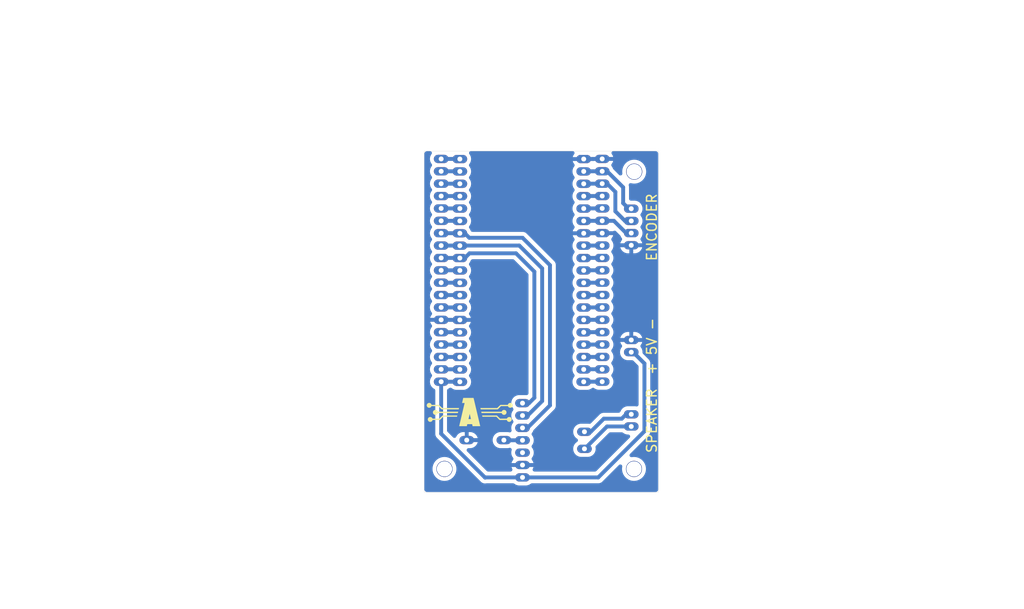
<source format=kicad_pcb>
(kicad_pcb (version 20240108) (generator "pcbnew") (generator_version "8.0")
  (layers (0 "F.Cu" signal) (31 "B.Cu" signal) (34 "B.Paste" user) (35 "F.Paste" user) (36 "B.SilkS" user "B.Silkscreen") (37 "F.SilkS" user "F.Silkscreen") (38 "B.Mask" user) (39 "F.Mask" user) (44 "Edge.Cuts" user))
  (net 0 "")
  (net 1 "ENCODER SW")
  (net 2 "D12")
  (net 3 "DISPLAY CLK")
  (net 4 "D14")
  (net 5 "SENSOR_VN")
  (net 6 "DISLAY CS")
  (net 7 "ENCODER B")
  (net 8 "SENSOR_VP")
  (net 9 "DISPLAY DATA")
  (net 10 "EN")
  (net 11 "D34")
  (net 12 "D13")
  (net 13 "ENCODER A")
  (net 14 "D35")
  (net 15 "+5V")
  (net 16 "DISLAY DC")
  (net 17 "Net-(J2-Pin_1)")
  (net 18 "GND")
  (net 19 "+3.3V")
  (net 20 "D27")
  (net 21 "D26")
  (net 22 "CMD")
  (net 23 "D2")
  (net 24 "DIN")
  (net 25 "LRCK")
  (net 26 "BCK")
  (net 27 "SD0")
  (net 28 "CLK")
  (net 29 "SD1")
  (net 30 "TX")
  (net 31 "RX")
  (net 32 "D15")
  (net 33 "D16")
  (net 34 "D17")
  (net 35 "D0")
  (net 36 "SD2")
  (net 37 "SD3")
  (net 38 "Net-(J2-Pin_2)")
  (net 40 "Net-(U2-GAIN)")
  (footprint "fab:MAX98357A" (layer "F.Cu") (at 157.226 120.359 -90)
    (property "Reference" "U2")
    (property "Value" "~")
    (pad "1" thru_hole oval (at -7.62 5.08 270) (size 1.7 3) (drill 1) (layers "*.Cu" "*.Mask") (net 26 "BCK"))
    (pad "2" thru_hole oval (at -5.08 5.08 270) (size 1.7 3) (drill 1) (layers "*.Cu" "*.Mask") (net 25 "LRCK"))
    (pad "3" thru_hole oval (at -2.54 5.08 270) (size 1.7 3) (drill 1) (layers "*.Cu" "*.Mask") (net 24 "DIN"))
    (pad "4" thru_hole oval (at 0 5.08 270) (size 1.7 3) (drill 1) (layers "*.Cu" "*.Mask") (net 40 "Net-(U2-GAIN)"))
    (pad "5" thru_hole oval (at 2.54 5.08 270) (size 1.7 3) (drill 1) (layers "*.Cu" "*.Mask"))
    (pad "6" thru_hole oval (at 5.08 5.08 270) (size 1.7 3) (drill 1) (layers "*.Cu" "*.Mask") (net 18 "GND"))
    (pad "7" thru_hole oval (at 7.62 5.08 270) (size 1.7 3) (drill 1) (layers "*.Cu" "*.Mask") (net 15 "+5V"))
    (pad "8" thru_hole oval (at -1.75 -7.62 270) (size 1.7 3) (drill 1) (layers "*.Cu" "*.Mask") (net 17 "Net-(J2-Pin_1)"))
    (pad "9" thru_hole oval (at 1.75 -7.62 270) (size 1.7 3) (drill 1) (layers "*.Cu" "*.Mask") (net 38 "Net-(J2-Pin_2)"))
  )
  (footprint "fab:JST_XH_B4B-XH-A_1x04_P2.50mm_Vertical" (layer "F.Cu") (at 174.4472 72.8364 -90)
    (property "Reference" "J5" (hide yes))
    (property "Value" "Encoder connector" (hide yes))
    (pad "1" thru_hole oval (at 0 0 270) (size 1.7 3) (drill 1) (layers "*.Cu" "*.Mask") (net 7 "ENCODER B"))
    (pad "2" thru_hole oval (at 2.5 0 270) (size 1.7 3) (drill 1) (layers "*.Cu" "*.Mask") (net 13 "ENCODER A"))
    (pad "3" thru_hole oval (at 5 0 270) (size 1.7 3) (drill 1) (layers "*.Cu" "*.Mask") (net 1 "ENCODER SW"))
    (pad "4" thru_hole oval (at 7.5 0 270) (size 1.7 3) (drill 1) (layers "*.Cu" "*.Mask") (net 18 "GND"))
  )
  (footprint "fab:MountingHole_M3" (layer "F.Cu") (at 175.05 65.225)
    (property "Reference" "REF**" (hide yes))
    (property "Value" "MountingHole_M3" (hide yes))
    (pad "" thru_hole circle (at 0 0) (size 3.3 3.3) (drill 3.1) (layers "*.Cu" "*.Mask"))
  )
  (footprint "fab:MountingHole_M3" (layer "F.Cu") (at 136.144 126.238)
    (property "Reference" "REF**" (hide yes))
    (property "Value" "MountingHole_M3" (hide yes))
    (pad "" thru_hole circle (at 0 0) (size 3.3 3.3) (drill 3.1) (layers "*.Cu" "*.Mask"))
  )
  (footprint "fab:R_Axial_DIN0207_L6.3mm_D2.5mm_P7.62mm_Horizontal" (layer "F.Cu") (at 140.707 120.325)
    (property "Reference" "R1" (hide yes))
    (property "Value" "100k" (hide yes))
    (pad "1" thru_hole oval (at 0 0) (size 3 1.7) (drill 1) (layers "*.Cu" "*.Mask") (net 18 "GND"))
    (pad "2" thru_hole oval (at 7.62 0) (size 3 1.7) (drill 1) (layers "*.Cu" "*.Mask") (net 40 "Net-(U2-GAIN)"))
  )
  (footprint "fab:MountingHole_M3" (layer "F.Cu") (at 175.006 126.238)
    (property "Reference" "REF**" (hide yes))
    (property "Value" "MountingHole_M3" (hide yes))
    (pad "" thru_hole circle (at 0 0) (size 3.3 3.3) (drill 3.1) (layers "*.Cu" "*.Mask"))
  )
  (footprint "fab:ESP32-DevKitC" (layer "F.Cu") (at 139.29728 62.63912)
    (property "Reference" "U1")
    (property "Value" "ESP32-DevKitC")
    (pad "1" thru_hole oval (at 0 0) (size 3 1.7) (drill 1) (layers "*.Cu" "*.Mask") (net 19 "+3.3V"))
    (pad "2" thru_hole oval (at 0 2.54) (size 3 1.7) (drill 1) (layers "*.Cu" "*.Mask") (net 10 "EN"))
    (pad "3" thru_hole oval (at 0 5.08) (size 3 1.7) (drill 1) (layers "*.Cu" "*.Mask") (net 8 "SENSOR_VP"))
    (pad "4" thru_hole oval (at 0 7.62) (size 3 1.7) (drill 1) (layers "*.Cu" "*.Mask") (net 5 "SENSOR_VN"))
    (pad "5" thru_hole oval (at 0 10.16) (size 3 1.7) (drill 1) (layers "*.Cu" "*.Mask") (net 11 "D34"))
    (pad "6" thru_hole oval (at 0 12.7) (size 3 1.7) (drill 1) (layers "*.Cu" "*.Mask") (net 14 "D35"))
    (pad "7" thru_hole oval (at 0 15.24) (size 3 1.7) (drill 1) (layers "*.Cu" "*.Mask") (net 24 "DIN"))
    (pad "8" thru_hole oval (at 0 17.78) (size 3 1.7) (drill 1) (layers "*.Cu" "*.Mask") (net 25 "LRCK"))
    (pad "9" thru_hole oval (at 0 20.32) (size 3 1.7) (drill 1) (layers "*.Cu" "*.Mask") (net 26 "BCK"))
    (pad "10" thru_hole oval (at 0 22.86) (size 3 1.7) (drill 1) (layers "*.Cu" "*.Mask") (net 21 "D26"))
    (pad "11" thru_hole oval (at 0 25.4) (size 3 1.7) (drill 1) (layers "*.Cu" "*.Mask") (net 20 "D27"))
    (pad "12" thru_hole oval (at 0 27.94) (size 3 1.7) (drill 1) (layers "*.Cu" "*.Mask") (net 4 "D14"))
    (pad "13" thru_hole oval (at 0 30.48) (size 3 1.7) (drill 1) (layers "*.Cu" "*.Mask") (net 2 "D12"))
    (pad "14" thru_hole oval (at 0 33.02) (size 3 1.7) (drill 1) (layers "*.Cu" "*.Mask") (net 18 "GND"))
    (pad "15" thru_hole oval (at 0 35.56) (size 3 1.7) (drill 1) (layers "*.Cu" "*.Mask") (net 12 "D13"))
    (pad "16" thru_hole oval (at 0 38.1) (size 3 1.7) (drill 1) (layers "*.Cu" "*.Mask") (net 36 "SD2"))
    (pad "17" thru_hole oval (at 0 40.64) (size 3 1.7) (drill 1) (layers "*.Cu" "*.Mask") (net 37 "SD3"))
    (pad "18" thru_hole oval (at 0 43.18) (size 3 1.7) (drill 1) (layers "*.Cu" "*.Mask") (net 22 "CMD"))
    (pad "19" thru_hole oval (at 0 45.72) (size 3 1.7) (drill 1) (layers "*.Cu" "*.Mask") (net 15 "+5V"))
    (pad "20" thru_hole oval (at 25.39632 45.71728) (size 3 1.7) (drill 1) (layers "*.Cu" "*.Mask") (net 28 "CLK"))
    (pad "21" thru_hole oval (at 25.39632 43.17728) (size 3 1.7) (drill 1) (layers "*.Cu" "*.Mask") (net 27 "SD0"))
    (pad "22" thru_hole oval (at 25.4 40.64) (size 3 1.7) (drill 1) (layers "*.Cu" "*.Mask") (net 29 "SD1"))
    (pad "23" thru_hole oval (at 25.4 38.1) (size 3 1.7) (drill 1) (layers "*.Cu" "*.Mask") (net 32 "D15"))
    (pad "24" thru_hole oval (at 25.4 35.56) (size 3 1.7) (drill 1) (layers "*.Cu" "*.Mask") (net 23 "D2"))
    (pad "25" thru_hole oval (at 25.4 33.02) (size 3 1.7) (drill 1) (layers "*.Cu" "*.Mask") (net 35 "D0"))
    (pad "26" thru_hole oval (at 25.4 30.48) (size 3 1.7) (drill 1) (layers "*.Cu" "*.Mask") (net 6 "DISLAY CS"))
    (pad "27" thru_hole oval (at 25.4 27.94) (size 3 1.7) (drill 1) (layers "*.Cu" "*.Mask") (net 33 "D16"))
    (pad "28" thru_hole oval (at 25.4 25.4) (size 3 1.7) (drill 1) (layers "*.Cu" "*.Mask") (net 34 "D17"))
    (pad "29" thru_hole oval (at 25.4 22.86) (size 3 1.7) (drill 1) (layers "*.Cu" "*.Mask") (net 16 "DISLAY DC"))
    (pad "30" thru_hole oval (at 25.4 20.32) (size 3 1.7) (drill 1) (layers "*.Cu" "*.Mask") (net 3 "DISPLAY CLK"))
    (pad "31" thru_hole oval (at 25.4 17.78) (size 3 1.7) (drill 1) (layers "*.Cu" "*.Mask") (net 9 "DISPLAY DATA"))
    (pad "32" thru_hole oval (at 25.4 15.24) (size 3 1.7) (drill 1) (layers "*.Cu" "*.Mask") (net 18 "GND"))
    (pad "33" thru_hole oval (at 25.4 12.7) (size 3 1.7) (drill 1) (layers "*.Cu" "*.Mask") (net 1 "ENCODER SW"))
    (pad "34" thru_hole oval (at 25.4 10.16) (size 3 1.7) (drill 1) (layers "*.Cu" "*.Mask") (net 31 "RX"))
    (pad "35" thru_hole oval (at 25.4 7.62) (size 3 1.7) (drill 1) (layers "*.Cu" "*.Mask") (net 30 "TX"))
    (pad "36" thru_hole oval (at 25.4 5.08) (size 3 1.7) (drill 1) (layers "*.Cu" "*.Mask") (net 13 "ENCODER A"))
    (pad "37" thru_hole oval (at 25.4 2.54) (size 3 1.7) (drill 1) (layers "*.Cu" "*.Mask") (net 7 "ENCODER B"))
    (pad "38" thru_hole oval (at 25.4 0) (size 3 1.7) (drill 1) (layers "*.Cu" "*.Mask") (net 18 "GND"))
  )
  (footprint "fab:JST_XH_B2B-XH-A_1x02_P2.50mm_Vertical" (layer "F.Cu") (at 174.4472 115.025 -90)
    (property "Reference" "J2" (hide yes))
    (property "Value" "Speaker connector" (hide yes))
    (pad "1" thru_hole oval (at 0 0 270) (size 1.7 3) (drill 1) (layers "*.Cu" "*.Mask") (net 17 "Net-(J2-Pin_1)"))
    (pad "2" thru_hole oval (at 2.5 0 270) (size 1.7 3) (drill 1) (layers "*.Cu" "*.Mask") (net 38 "Net-(J2-Pin_2)"))
  )
  (footprint "fab:PinHeader_1x19_P2.54mm_Vertical" (layer "F.Cu") (at 168.485 62.61188)
    (property "Reference" "J7" (hide yes))
    (property "Value" "Right Connector" (hide yes))
    (pad "1" thru_hole oval (at 0 0) (size 3 1.7) (drill 1) (layers "*.Cu" "*.Mask") (net 18 "GND"))
    (pad "2" thru_hole oval (at 0 2.54) (size 3 1.7) (drill 1) (layers "*.Cu" "*.Mask") (net 7 "ENCODER B"))
    (pad "3" thru_hole oval (at 0 5.08) (size 3 1.7) (drill 1) (layers "*.Cu" "*.Mask") (net 13 "ENCODER A"))
    (pad "4" thru_hole oval (at 0 7.62) (size 3 1.7) (drill 1) (layers "*.Cu" "*.Mask") (net 30 "TX"))
    (pad "5" thru_hole oval (at 0 10.16) (size 3 1.7) (drill 1) (layers "*.Cu" "*.Mask") (net 31 "RX"))
    (pad "6" thru_hole oval (at 0 12.7) (size 3 1.7) (drill 1) (layers "*.Cu" "*.Mask") (net 1 "ENCODER SW"))
    (pad "7" thru_hole oval (at 0 15.24) (size 3 1.7) (drill 1) (layers "*.Cu" "*.Mask") (net 18 "GND"))
    (pad "8" thru_hole oval (at 0 17.78) (size 3 1.7) (drill 1) (layers "*.Cu" "*.Mask") (net 9 "DISPLAY DATA"))
    (pad "9" thru_hole oval (at 0 20.32) (size 3 1.7) (drill 1) (layers "*.Cu" "*.Mask") (net 3 "DISPLAY CLK"))
    (pad "10" thru_hole oval (at 0 22.86) (size 3 1.7) (drill 1) (layers "*.Cu" "*.Mask") (net 16 "DISLAY DC"))
    (pad "11" thru_hole oval (at 0 25.4) (size 3 1.7) (drill 1) (layers "*.Cu" "*.Mask") (net 34 "D17"))
    (pad "12" thru_hole oval (at 0 27.94) (size 3 1.7) (drill 1) (layers "*.Cu" "*.Mask") (net 33 "D16"))
    (pad "13" thru_hole oval (at 0 30.48) (size 3 1.7) (drill 1) (layers "*.Cu" "*.Mask") (net 6 "DISLAY CS"))
    (pad "14" thru_hole oval (at 0 33.02) (size 3 1.7) (drill 1) (layers "*.Cu" "*.Mask") (net 35 "D0"))
    (pad "15" thru_hole oval (at 0 35.56) (size 3 1.7) (drill 1) (layers "*.Cu" "*.Mask") (net 23 "D2"))
    (pad "16" thru_hole oval (at 0 38.1) (size 3 1.7) (drill 1) (layers "*.Cu" "*.Mask") (net 32 "D15"))
    (pad "17" thru_hole oval (at 0 40.64) (size 3 1.7) (drill 1) (layers "*.Cu" "*.Mask") (net 29 "SD1"))
    (pad "18" thru_hole oval (at 0 43.18) (size 3 1.7) (drill 1) (layers "*.Cu" "*.Mask") (net 27 "SD0"))
    (pad "19" thru_hole oval (at 0 45.72) (size 3 1.7) (drill 1) (layers "*.Cu" "*.Mask") (net 28 "CLK"))
  )
  (footprint "fab:JST_XH_B2B-XH-A_1x02_P2.50mm_Vertical" (layer "F.Cu") (at 174.4472 99.775 -90)
    (property "Reference" "J1" (hide yes))
    (property "Value" "Power supply connector" (hide yes))
    (pad "1" thru_hole oval (at 0 0 270) (size 1.7 3) (drill 1) (layers "*.Cu" "*.Mask") (net 18 "GND"))
    (pad "2" thru_hole oval (at 2.5 0 270) (size 1.7 3) (drill 1) (layers "*.Cu" "*.Mask") (net 15 "+5V"))
  )
  (footprint "fab:PinHeader_1x19_P2.54mm_Vertical" (layer "F.Cu") (at 135.465 62.61688)
    (property "Reference" "J6" (hide yes))
    (property "Value" "Left connector" (hide yes))
    (pad "1" thru_hole oval (at 0 0) (size 3 1.7) (drill 1) (layers "*.Cu" "*.Mask") (net 19 "+3.3V"))
    (pad "2" thru_hole oval (at 0 2.54) (size 3 1.7) (drill 1) (layers "*.Cu" "*.Mask") (net 10 "EN"))
    (pad "3" thru_hole oval (at 0 5.08) (size 3 1.7) (drill 1) (layers "*.Cu" "*.Mask") (net 8 "SENSOR_VP"))
    (pad "4" thru_hole oval (at 0 7.62) (size 3 1.7) (drill 1) (layers "*.Cu" "*.Mask") (net 5 "SENSOR_VN"))
    (pad "5" thru_hole oval (at 0 10.16) (size 3 1.7) (drill 1) (layers "*.Cu" "*.Mask") (net 11 "D34"))
    (pad "6" thru_hole oval (at 0 12.7) (size 3 1.7) (drill 1) (layers "*.Cu" "*.Mask") (net 14 "D35"))
    (pad "7" thru_hole oval (at 0 15.24) (size 3 1.7) (drill 1) (layers "*.Cu" "*.Mask") (net 24 "DIN"))
    (pad "8" thru_hole oval (at 0 17.78) (size 3 1.7) (drill 1) (layers "*.Cu" "*.Mask") (net 25 "LRCK"))
    (pad "9" thru_hole oval (at 0 20.32) (size 3 1.7) (drill 1) (layers "*.Cu" "*.Mask") (net 26 "BCK"))
    (pad "10" thru_hole oval (at 0 22.86) (size 3 1.7) (drill 1) (layers "*.Cu" "*.Mask") (net 21 "D26"))
    (pad "11" thru_hole oval (at 0 25.4) (size 3 1.7) (drill 1) (layers "*.Cu" "*.Mask") (net 20 "D27"))
    (pad "12" thru_hole oval (at 0 27.94) (size 3 1.7) (drill 1) (layers "*.Cu" "*.Mask") (net 4 "D14"))
    (pad "13" thru_hole oval (at 0 30.48) (size 3 1.7) (drill 1) (layers "*.Cu" "*.Mask") (net 2 "D12"))
    (pad "14" thru_hole oval (at 0 33.02) (size 3 1.7) (drill 1) (layers "*.Cu" "*.Mask") (net 18 "GND"))
    (pad "15" thru_hole oval (at 0 35.56) (size 3 1.7) (drill 1) (layers "*.Cu" "*.Mask") (net 12 "D13"))
    (pad "16" thru_hole oval (at 0 38.1) (size 3 1.7) (drill 1) (layers "*.Cu" "*.Mask") (net 36 "SD2"))
    (pad "17" thru_hole oval (at 0 40.64) (size 3 1.7) (drill 1) (layers "*.Cu" "*.Mask") (net 37 "SD3"))
    (pad "18" thru_hole oval (at 0 43.18) (size 3 1.7) (drill 1) (layers "*.Cu" "*.Mask") (net 22 "CMD"))
    (pad "19" thru_hole oval (at 0 45.72) (size 3 1.7) (drill 1) (layers "*.Cu" "*.Mask") (net 15 "+5V"))
  )
  (gr_circle (center 136.145919 126.238) (end 135.637919 124.9934) (stroke (width 0.1)) (fill none) (layer "F.SilkS"))
  (gr_poly (pts (xy 143.481422 117.4668) (xy 141.910851 117.4668) (xy 141.822507 117.06294) (xy 141.808484 117.048916) (xy 140.821268 117.048916) (xy 140.797779 117.156891) (xy 140.725912 117.4668) (xy 139.155354 117.4668) (xy 139.5 116) (xy 141.069471 116) (xy 141.57009 116) (xy 141.316275 114.951087) (xy 141.069471 116) (xy 139.5 116) (xy 140.272979 112.710227) (xy 139.751329 112.710227) (xy 139.991117 111.661312) (xy 142.109977 111.661312)) (stroke (width -0.000001)) (fill solid) (layer "F.SilkS"))
  (gr_poly (pts (xy 147.539647 115.91166) (xy 148.943343 115.91166) (xy 148.958958 115.87653) (xy 148.976838 115.842744) (xy 148.996912 115.810428) (xy 149.019109 115.779711) (xy 149.043361 115.75072) (xy 149.069597 115.723581) (xy 149.097748 115.698423) (xy 149.127743 115.675372) (xy 149.159514 115.654556) (xy 149.192989 115.636102) (xy 149.228099 115.620138) (xy 149.264775 115.606792) (xy 149.302946 115.596189) (xy 149.342543 115.588458) (xy 149.383495 115.583726) (xy 149.425734 115.58212) (xy 149.425725 115.582116) (xy 149.451694 115.582776) (xy 149.477257 115.584733) (xy 149.502389 115.587952) (xy 149.527061 115.592401) (xy 149.551248 115.598043) (xy 149.574922 115.604846) (xy 149.598057 115.612776) (xy 149.620624 115.621797) (xy 149.642598 115.631876) (xy 149.663952 115.642979) (xy 149.684657 115.655071) (xy 149.704689 115.668119) (xy 149.724018 115.682088) (xy 149.74262 115.696945) (xy 149.760466 115.712654) (xy 149.777529 115.729182) (xy 149.793783 115.746495) (xy 149.809201 115.764558) (xy 149.823755 115.783338) (xy 149.83742 115.8028) (xy 149.850167 115.82291) (xy 149.86197 115.843634) (xy 149.872802 115.864938) (xy 149.882635 115.886787) (xy 149.891444 115.909148) (xy 149.899201 115.931986) (xy 149.905879 115.955268) (xy 149.91145 115.978958) (xy 149.915889 116.003024) (xy 149.919169 116.02743) (xy 149.921261 116.052142) (xy 149.922139 116.077127) (xy 149.921512 116.103008) (xy 149.919646 116.128568) (xy 149.916573 116.153775) (xy 149.912318 116.178596) (xy 149.906911 116.202997) (xy 149.90038 116.226947) (xy 149.892753 116.250412) (xy 149.884059 116.273359) (xy 149.874325 116.295756) (xy 149.86358 116.317569) (xy 149.851852 116.338767) (xy 149.839169 116.359315) (xy 149.82556 116.379181) (xy 149.811053 116.398332) (xy 149.795676 116.416736) (xy 149.779457 116.434359) (xy 149.762425 116.451168) (xy 149.744608 116.467132) (xy 149.726033 116.482216) (xy 149.70673 116.496388) (xy 149.686727 116.509615) (xy 149.666051 116.521864) (xy 149.644731 116.533103) (xy 149.622796 116.543298) (xy 149.600273 116.552417) (xy 149.577191 116.560427) (xy 149.553578 116.567295) (xy 149.529462 116.572987) (xy 149.504871 116.577472) (xy 149.479835 116.580716) (xy 149.45438 116.582687) (xy 149.428536 116.583351) (xy 149.404768 116.582869) (xy 149.381334 116.581437) (xy 149.358252 116.579074) (xy 149.335543 116.575797) (xy 149.313227 116.571628) (xy 149.291326 116.566583) (xy 149.269858 116.560683) (xy 149.248844 116.553947) (xy 149.228305 116.546393) (xy 149.20826 116.538041) (xy 149.188731 116.528909) (xy 149.169737 116.519016) (xy 149.151299 116.508382) (xy 149.133437 116.497026) (xy 149.11617 116.484965) (xy 149.099521 116.472221) (xy 149.083508 116.458811) (xy 149.068152 116.444754) (xy 149.053474 116.430069) (xy 149.039493 116.414777) (xy 149.02623 116.398894) (xy 149.013706 116.382441) (xy 149.00194 116.365437) (xy 148.990952 116.3479) (xy 148.980764 116.329849) (xy 148.971395 116.311304) (xy 148.962866 116.292283) (xy 148.955197 116.272806) (xy 148.948408 116.252891) (xy 148.942519 116.232558) (xy 148.937552 116.211825) (xy 148.933525 116.190711) (xy 147.427465 116.190711) (xy 146.782409 115.531636) (xy 143.927347 115.531636) (xy 143.864243 115.266604) (xy 146.894595 115.266604)) (stroke (width -0.000001)) (fill solid) (layer "F.SilkS"))
  (gr_poly (pts (xy 134.296724 114.12698) (xy 134.317904 114.128293) (xy 134.338889 114.130461) (xy 134.359656 114.133468) (xy 134.380182 114.1373) (xy 134.400443 114.141939) (xy 134.420416 114.14737) (xy 134.440077 114.153577) (xy 134.459404 114.160544) (xy 134.478372 114.168255) (xy 134.496959 114.176695) (xy 134.515141 114.185846) (xy 134.532895 114.195694) (xy 134.550196 114.206223) (xy 134.567023 114.217416) (xy 134.583352 114.229257) (xy 134.599159 114.241731) (xy 134.61442 114.254822) (xy 134.629113 114.268514) (xy 134.643215 114.282791) (xy 134.656701 114.297637) (xy 134.669548 114.313036) (xy 134.681734 114.328972) (xy 134.693234 114.345429) (xy 134.704025 114.362391) (xy 134.714085 114.379843) (xy 134.723389 114.397769) (xy 134.731914 114.416152) (xy 134.739637 114.434976) (xy 134.746534 114.454226) (xy 134.752583 114.473887) (xy 134.75776 114.493941) (xy 138.956224 114.493941) (xy 138.890314 114.771593) (xy 134.75776 114.771593) (xy 134.752583 114.791651) (xy 134.746534 114.811322) (xy 134.739636 114.830592) (xy 134.731913 114.849442) (xy 134.723387 114.867856) (xy 134.714083 114.885819) (xy 134.704024 114.903313) (xy 134.693232 114.920323) (xy 134.669546 114.952822) (xy 134.643213 114.983185) (xy 134.614419 115.01128) (xy 134.58335 115.036976) (xy 134.550195 115.060141) (xy 134.51514 115.080645) (xy 134.478371 115.098354) (xy 134.440077 115.113138) (xy 134.400442 115.124866) (xy 134.359656 115.133406) (xy 134.338889 115.136439) (xy 134.317904 115.138626) (xy 134.296724 115.139951) (xy 134.275373 115.140396) (xy 134.249619 115.139732) (xy 134.224178 115.137761) (xy 134.199083 115.134517) (xy 134.174366 115.130032) (xy 134.150061 115.124339) (xy 134.126202 115.117471) (xy 134.10282 115.109462) (xy 134.079949 115.100342) (xy 134.057623 115.090147) (xy 134.035875 115.078908) (xy 134.014737 115.066659) (xy 133.994243 115.053431) (xy 133.974425 115.039259) (xy 133.955318 115.024175) (xy 133.936953 115.008211) (xy 133.919365 114.991401) (xy 133.902587 114.973778) (xy 133.88665 114.955374) (xy 133.87159 114.936223) (xy 133.857437 114.916357) (xy 133.844227 114.895808) (xy 133.831992 114.874611) (xy 133.820765 114.852798) (xy 133.810579 114.830401) (xy 133.801467 114.807453) (xy 133.793463 114.783988) (xy 133.786599 114.760038) (xy 133.780909 114.735636) (xy 133.776426 114.710816) (xy 133.773182 114.685609) (xy 133.771212 114.660049) (xy 133.770548 114.634168) (xy 133.771212 114.608036) (xy 133.773182 114.582249) (xy 133.776426 114.556837) (xy 133.780909 114.531833) (xy 133.786599 114.507269) (xy 133.793463 114.483176) (xy 133.801467 114.459587) (xy 133.810579 114.436532) (xy 133.820765 114.414045) (xy 133.831992 114.392156) (xy 133.844227 114.370898) (xy 133.857437 114.350303) (xy 133.87159 114.330401) (xy 133.88665 114.311226) (xy 133.902587 114.292809) (xy 133.919365 114.275181) (xy 133.936953 114.258376) (xy 133.955318 114.242424) (xy 133.974425 114.227357) (xy 133.994243 114.213207) (xy 134.014737 114.200006) (xy 134.035875 114.187786) (xy 134.057623 114.176579) (xy 134.079949 114.166417) (xy 134.10282 114.15733) (xy 134.126202 114.149352) (xy 134.150061 114.142514) (xy 134.174366 114.136848) (xy 134.199083 114.132386) (xy 134.224178 114.129159) (xy 134.249619 114.127199) (xy 134.275373 114.126539)) (stroke (width -0.000001)) (fill solid) (layer "F.SilkS"))
  (gr_poly (pts (xy 138.712226 115.531636) (xy 138.712226 115.530233) (xy 135.859962 115.530233) (xy 135.21491 116.189312) (xy 133.708851 116.189312) (xy 133.704701 116.210549) (xy 133.699625 116.231389) (xy 133.693643 116.251815) (xy 133.686775 116.271808) (xy 133.67904 116.291351) (xy 133.670458 116.310424) (xy 133.661048 116.32901) (xy 133.65083 116.347091) (xy 133.639823 116.364647) (xy 133.628047 116.381662) (xy 133.615521 116.398116) (xy 133.602264 116.413992) (xy 133.588297 116.429271) (xy 133.573639 116.443936) (xy 133.558309 116.457967) (xy 133.542327 116.471346) (xy 133.525713 116.484056) (xy 133.508485 116.496078) (xy 133.490663 116.507394) (xy 133.472268 116.517986) (xy 133.453317 116.527835) (xy 133.433832 116.536923) (xy 133.413831 116.545233) (xy 133.393334 116.552745) (xy 133.37236 116.559441) (xy 133.35093 116.565304) (xy 133.329061 116.570315) (xy 133.306775 116.574456) (xy 133.28409 116.577708) (xy 133.261027 116.580053) (xy 133.237603 116.581474) (xy 133.21384 116.581952) (xy 133.187996 116.581288) (xy 133.162541 116.579317) (xy 133.137504 116.576073) (xy 133.112914 116.571588) (xy 133.088798 116.565895) (xy 133.065185 116.559028) (xy 133.042103 116.551018) (xy 133.01958 116.541899) (xy 132.997645 116.531704) (xy 132.976325 116.520465) (xy 132.955649 116.508216) (xy 132.935646 116.494988) (xy 132.916343 116.480816) (xy 132.897768 116.465732) (xy 132.879951 116.449769) (xy 132.862919 116.432959) (xy 132.8467 116.415336) (xy 132.831323 116.396932) (xy 132.816816 116.377781) (xy 132.803207 116.357915) (xy 132.790524 116.337366) (xy 132.778796 116.316169) (xy 132.768051 116.294355) (xy 132.758317 116.271958) (xy 132.749623 116.249011) (xy 132.741996 116.225546) (xy 132.735465 116.201596) (xy 132.730058 116.177194) (xy 132.725803 116.152373) (xy 132.722729 116.127166) (xy 132.720864 116.101605) (xy 132.720236 116.075724) (xy 132.720864 116.050867) (xy 132.722729 116.026273) (xy 132.725803 116.001979) (xy 132.730058 115.978018) (xy 132.735464 115.954425) (xy 132.741995 115.931234) (xy 132.749622 115.90848) (xy 132.758317 115.886196) (xy 132.76805 115.864418) (xy 132.778795 115.843179) (xy 132.790523 115.822515) (xy 132.803206 115.802459) (xy 132.816814 115.783046) (xy 132.831321 115.76431) (xy 132.846698 115.746287) (xy 132.862917 115.729009) (xy 132.879949 115.712512) (xy 132.897767 115.69683) (xy 132.916341 115.681997) (xy 132.935644 115.668048) (xy 132.955647 115.655017) (xy 132.976323 115.642939) (xy 132.997643 115.631848) (xy 133.019578 115.621778) (xy 133.042101 115.612765) (xy 133.065184 115.604841) (xy 133.088797 115.598042) (xy 133.112913 115.592402) (xy 133.137503 115.587955) (xy 133.16254 115.584737) (xy 133.187995 115.58278) (xy 133.21384 115.58212) (xy 133.235116 115.582524) (xy 133.256078 115.583726) (xy 133.27672 115.585709) (xy 133.297031 115.588458) (xy 133.317003 115.591956) (xy 133.336627 115.596189) (xy 133.355895 115.601139) (xy 133.374798 115.606792) (xy 133.393327 115.61313) (xy 133.411473 115.620138) (xy 133.429229 115.627801) (xy 133.446584 115.636102) (xy 133.46353 115.645026) (xy 133.480059 115.654556) (xy 133.496161 115.664677) (xy 133.511829 115.675372) (xy 133.527053 115.686626) (xy 133.541824 115.698423) (xy 133.556134 115.710746) (xy 133.569975 115.723581) (xy 133.583336 115.736911) (xy 133.596211 115.75072) (xy 133.608589 115.764992) (xy 133.620463 115.779711) (xy 133.631823 115.794862) (xy 133.642661 115.810428) (xy 133.652967 115.826394) (xy 133.662735 115.842744) (xy 133.680615 115.87653) (xy 133.696231 115.91166) (xy 135.099923 115.91166) (xy 135.744979 115.266604) (xy 138.77533 115.266604)) (stroke (width -0.000001)) (fill solid) (layer "F.SilkS"))
  (gr_poly (pts (xy 149.654818 112.684242) (xy 149.680259 112.6862) (xy 149.705355 112.689425) (xy 149.730073 112.693882) (xy 149.75438 112.699541) (xy 149.778243 112.706367) (xy 149.80163 112.714329) (xy 149.824508 112.723394) (xy 149.846843 112.733528) (xy 149.868603 112.744701) (xy 149.889755 112.756878) (xy 149.910266 112.770028) (xy 149.930104 112.784117) (xy 149.949234 112.799114) (xy 149.967626 112.814985) (xy 149.985245 112.831699) (xy 150.002058 112.849221) (xy 150.018034 112.86752) (xy 150.033139 112.886564) (xy 150.04734 112.906319) (xy 150.060604 112.926752) (xy 150.072899 112.947832) (xy 150.084191 112.969526) (xy 150.094449 112.991801) (xy 150.103638 113.014624) (xy 150.111726 113.037963) (xy 150.11868 113.061786) (xy 150.124467 113.086059) (xy 150.129055 113.11075) (xy 150.132411 113.135826) (xy 150.134501 113.161256) (xy 150.135293 113.187005) (xy 150.134629 113.2131) (xy 150.132658 113.238782) (xy 150.129414 113.264023) (xy 150.124929 113.288797) (xy 150.119236 113.313075) (xy 150.112369 113.336831) (xy 150.104359 113.360038) (xy 150.09524 113.382668) (xy 150.085045 113.404694) (xy 150.073806 113.426089) (xy 150.061556 113.446825) (xy 150.048329 113.466876) (xy 150.034157 113.486214) (xy 150.019073 113.504812) (xy 150.00311 113.522643) (xy 149.9863 113.53968) (xy 149.968677 113.555895) (xy 149.950273 113.571261) (xy 149.931122 113.585751) (xy 149.911256 113.599337) (xy 149.890707 113.611994) (xy 149.86951 113.623692) (xy 149.847696 113.634405) (xy 149.825299 113.644107) (xy 149.802352 113.652768) (xy 149.778887 113.660364) (xy 149.754937 113.666865) (xy 149.730535 113.672245) (xy 149.705714 113.676478) (xy 149.680506 113.679534) (xy 149.654946 113.681388) (xy 149.629065 113.682012) (xy 149.609024 113.681644) (xy 149.589141 113.680546) (xy 149.569436 113.678726) (xy 149.549926 113.676195) (xy 149.530632 113.672961) (xy 149.51157 113.669034) (xy 149.492761 113.664423) (xy 149.474222 113.659138) (xy 149.455973 113.653186) (xy 149.438033 113.646579) (xy 149.420419 113.639324) (xy 149.403152 113.631432) (xy 149.386249 113.622911) (xy 149.369729 113.61377) (xy 149.353611 113.60402) (xy 149.337915 113.593669) (xy 149.322657 113.582726) (xy 149.307859 113.571201) (xy 149.293537 113.559103) (xy 149.279711 113.54644) (xy 149.2664 113.533224) (xy 149.253622 113.519462) (xy 149.241396 113.505163) (xy 149.229741 113.490338) (xy 149.218675 113.474995) (xy 149.208218 113.459144) (xy 149.198387 113.442794) (xy 149.189203 113.425953) (xy 149.180683 113.408632) (xy 149.172846 113.39084) (xy 149.165712 113.372585) (xy 149.159298 113.353878) (xy 147.730358 113.353878) (xy 147.083903 114.011552) (xy 143.569762 114.011552) (xy 143.505254 113.733899) (xy 146.9563 113.733899) (xy 147.615379 113.087442) (xy 149.134058 113.087442) (xy 149.139358 113.066297) (xy 149.145517 113.04547) (xy 149.152515 113.024985) (xy 149.160331 113.004866) (xy 149.178337 112.965814) (xy 149.199373 112.928501) (xy 149.223276 112.89311) (xy 149.249885 112.859827) (xy 149.279037 112.828836) (xy 149.310569 112.800322) (xy 149.34432 112.774471) (xy 149.380128 112.751467) (xy 149.398752 112.74109) (xy 149.417829 112.731494) (xy 149.437339 112.722703) (xy 149.457262 112.714739) (xy 149.477577 112.707625) (xy 149.498264 112.701385) (xy 149.519303 112.696041) (xy 149.540674 112.691617) (xy 149.562355 112.688137) (xy 149.584328 112.685621) (xy 149.606571 112.684096) (xy 149.629065 112.683582)) (stroke (width -0.000001)) (fill solid) (layer "F.SilkS"))
  (gr_poly (pts (xy 133.033002 112.685497) (xy 133.055257 112.687023) (xy 133.077248 112.689538) (xy 133.098954 112.693019) (xy 133.120353 112.697443) (xy 133.141426 112.702786) (xy 133.162151 112.709026) (xy 133.182506 112.71614) (xy 133.202471 112.724104) (xy 133.222024 112.732896) (xy 133.241145 112.742492) (xy 133.259813 112.752869) (xy 133.278006 112.764003) (xy 133.295704 112.775873) (xy 133.312885 112.788454) (xy 133.329528 112.801724) (xy 133.345613 112.81566) (xy 133.361118 112.830238) (xy 133.376022 112.845436) (xy 133.390304 112.861229) (xy 133.403943 112.877596) (xy 133.416918 112.894513) (xy 133.429208 112.911956) (xy 133.440792 112.929904) (xy 133.451649 112.948332) (xy 133.461757 112.967217) (xy 133.471096 112.986537) (xy 133.479645 113.006269) (xy 133.487383 113.026388) (xy 133.494287 113.046873) (xy 133.500339 113.0677) (xy 133.505516 113.088845) (xy 135.024195 113.088845) (xy 135.683274 113.7353) (xy 139.134311 113.7353) (xy 139.069808 114.012955) (xy 135.555667 114.012955) (xy 134.909212 113.355279) (xy 133.480276 113.355279) (xy 133.473862 113.373986) (xy 133.466727 113.392241) (xy 133.458891 113.410035) (xy 133.450371 113.427357) (xy 133.431356 113.460555) (xy 133.409833 113.491762) (xy 133.385952 113.520906) (xy 133.359862 113.547917) (xy 133.331715 113.572721) (xy 133.301659 113.595247) (xy 133.269844 113.615423) (xy 133.236421 113.633178) (xy 133.20154 113.648438) (xy 133.16535 113.661133) (xy 133.128002 113.671191) (xy 133.089645 113.678539) (xy 133.050429 113.683105) (xy 133.010505 113.684818) (xy 132.984624 113.68419) (xy 132.959065 113.682325) (xy 132.933858 113.67925) (xy 132.909037 113.674994) (xy 132.884636 113.669585) (xy 132.860686 113.66305) (xy 132.837222 113.655417) (xy 132.814274 113.646716) (xy 132.791878 113.636973) (xy 132.770064 113.626216) (xy 132.748867 113.614474) (xy 132.728319 113.601774) (xy 132.708453 113.588145) (xy 132.689301 113.573614) (xy 132.670898 113.55821) (xy 132.653275 113.541961) (xy 132.636465 113.524893) (xy 132.620502 113.507036) (xy 132.605417 113.488418) (xy 132.591245 113.469066) (xy 132.578018 113.449009) (xy 132.565768 113.428273) (xy 132.55453 113.406889) (xy 132.544334 113.384882) (xy 132.535215 113.362282) (xy 132.527205 113.339116) (xy 132.520338 113.315413) (xy 132.514645 113.291199) (xy 132.51016 113.266505) (xy 132.506916 113.241356) (xy 132.504945 113.215782) (xy 132.504281 113.18981) (xy 132.504945 113.163933) (xy 132.506916 113.138384) (xy 132.51016 113.113196) (xy 132.514645 113.088401) (xy 132.520337 113.06403) (xy 132.527205 113.040118) (xy 132.535215 113.016695) (xy 132.544334 112.993795) (xy 132.554529 112.971449) (xy 132.565768 112.94969) (xy 132.578017 112.928551) (xy 132.591244 112.908063) (xy 132.605416 112.888259) (xy 132.6205 112.869172) (xy 132.636464 112.850833) (xy 132.653273 112.833276) (xy 132.670896 112.816532) (xy 132.6893 112.800633) (xy 132.708451 112.785613) (xy 132.728317 112.771503) (xy 132.748865 112.758337) (xy 132.770062 112.746145) (xy 132.791876 112.734961) (xy 132.814273 112.724817) (xy 132.83722 112.715745) (xy 132.860685 112.707778) (xy 132.884635 112.700947) (xy 132.909036 112.695286) (xy 132.933857 112.690827) (xy 132.959064 112.687602) (xy 132.984624 112.685643) (xy 133.010505 112.684983)) (stroke (width -0.000001)) (fill solid) (layer "F.SilkS"))
  (gr_circle (center 175.0568 65.2272) (end 174.5488 63.9826) (stroke (width 0.1)) (fill none) (layer "F.SilkS"))
  (gr_circle (center 175.007919 126.238) (end 174.499919 124.9934) (stroke (width 0.1)) (fill none) (layer "F.SilkS"))
  (gr_poly (pts (xy 148.388678 114.127205) (xy 148.414238 114.129176) (xy 148.439445 114.132421) (xy 148.464265 114.136908) (xy 148.488667 114.142603) (xy 148.512616 114.149474) (xy 148.536081 114.15749) (xy 148.559028 114.166616) (xy 148.581425 114.176821) (xy 148.603238 114.188071) (xy 148.624436 114.200335) (xy 148.644984 114.213579) (xy 148.66485 114.227771) (xy 148.684001 114.242879) (xy 148.702405 114.258869) (xy 148.720028 114.27571) (xy 148.736838 114.293368) (xy 148.752801 114.311811) (xy 148.767885 114.331007) (xy 148.782057 114.350922) (xy 148.795285 114.371524) (xy 148.807534 114.392781) (xy 148.818773 114.414659) (xy 148.828968 114.437127) (xy 148.838088 114.460152) (xy 148.846097 114.483701) (xy 148.852965 114.507741) (xy 148.858658 114.53224) (xy 148.863143 114.557165) (xy 148.866387 114.582484) (xy 148.868357 114.608164) (xy 148.869022 114.634172) (xy 148.868357 114.660053) (xy 148.866387 114.685613) (xy 148.863143 114.71082) (xy 148.858658 114.73564) (xy 148.852965 114.760042) (xy 148.846098 114.783992) (xy 148.838088 114.807457) (xy 148.828969 114.830404) (xy 148.818774 114.852801) (xy 148.807535 114.874614) (xy 148.795286 114.895811) (xy 148.782058 114.916359) (xy 148.767886 114.936226) (xy 148.752802 114.955377) (xy 148.736839 114.97378) (xy 148.720029 114.991403) (xy 148.702406 115.008213) (xy 148.684003 115.024176) (xy 148.664852 115.03926) (xy 148.644985 115.053432) (xy 148.624437 115.06666) (xy 148.60324 115.078909) (xy 148.581427 115.090148) (xy 148.55903 115.100343) (xy 148.536083 115.109462) (xy 148.512618 115.117472) (xy 148.488668 115.124339) (xy 148.464266 115.130032) (xy 148.439446 115.134517) (xy 148.414239 115.137761) (xy 148.388679 115.139732) (xy 148.362798 115.140396) (xy 148.341451 115.139947) (xy 148.320282 115.138611) (xy 148.299315 115.136406) (xy 148.278572 115.133349) (xy 148.258075 115.129456) (xy 148.237848 115.124746) (xy 148.217912 115.119236) (xy 148.19829 115.112942) (xy 148.179005 115.105881) (xy 148.16008 115.098072) (xy 148.141537 115.089531) (xy 148.123398 115.080276) (xy 148.105687 115.070323) (xy 148.088426 115.059689) (xy 148.071637 115.048393) (xy 148.055343 115.036451) (xy 148.039567 115.023881) (xy 148.024331 115.010699) (xy 148.009658 114.996923) (xy 147.99557 114.98257) (xy 147.98209 114.967657) (xy 147.969241 114.952202) (xy 147.957045 114.936221) (xy 147.945525 114.919733) (xy 147.934704 114.902753) (xy 147.924603 114.885299) (xy 147.915246 114.867389) (xy 147.906656 114.84904) (xy 147.898854 114.830268) (xy 147.891863 114.811092) (xy 147.885707 114.791528) (xy 147.880407 114.771593) (xy 143.747853 114.771593) (xy 143.681947 114.493941) (xy 147.880407 114.493941) (xy 147.885707 114.47401) (xy 147.891863 114.454458) (xy 147.898854 114.4353) (xy 147.906656 114.416555) (xy 147.915246 114.398237) (xy 147.924603 114.380364) (xy 147.934704 114.362954) (xy 147.945525 114.346021) (xy 147.969241 114.313658) (xy 147.99557 114.283408) (xy 148.024331 114.255406) (xy 148.055343 114.229784) (xy 148.088426 114.206677) (xy 148.123398 114.186218) (xy 148.16008 114.168539) (xy 148.19829 114.153776) (xy 148.237848 114.142061) (xy 148.278572 114.133528) (xy 148.299315 114.130496) (xy 148.320282 114.12831) (xy 148.341451 114.126986) (xy 148.362798 114.126541)) (stroke (width -0.000001)) (fill solid) (layer "F.SilkS"))
  (gr_rect (start 132 61) (end 180 131) (stroke (width 0.05)) (fill none) (layer "Edge.Cuts"))
  (gr_text "ENCODER" (at 179.832 83.741162 90) (layer "F.SilkS") (effects (font (size 2 2) (thickness 0.3)) (justify left bottom)))
  (gr_text "+ 5V -" (at 179.832 107.084524 90) (layer "F.SilkS") (effects (font (size 2 2) (thickness 0.3)) (justify left bottom)))
  (gr_text "SPEAKER" (at 179.832 123.144048 90) (layer "F.SilkS") (effects (font (size 2 2) (thickness 0.3)) (justify left bottom)))
  (segment (start 164.675 75.31188) (end 168.485 75.31188) (width 0.8) (layer "B.Cu") (net 1))
  (segment (start 173.398062 77.8364) (end 170.873542 75.31188) (width 0.8) (layer "B.Cu") (net 1))
  (segment (start 174.4472 77.8364) (end 173.398062 77.8364) (width 0.8) (layer "B.Cu") (net 1))
  (segment (start 170.873542 75.31188) (end 168.485 75.31188) (width 0.8) (layer "B.Cu") (net 1))
  (segment (start 139.27 93.09688) (end 139.275 93.09188) (width 0.8) (layer "B.Cu") (net 2))
  (segment (start 135.465 93.09688) (end 139.27 93.09688) (width 0.8) (layer "B.Cu") (net 2))
  (segment (start 164.675 82.93188) (end 168.485 82.93188) (width 0.8) (layer "B.Cu") (net 3))
  (segment (start 135.465 90.55688) (end 139.27 90.55688) (width 0.8) (layer "B.Cu") (net 4))
  (segment (start 139.27 90.55688) (end 139.275 90.55188) (width 0.8) (layer "B.Cu") (net 4))
  (segment (start 135.465 70.23688) (end 139.27 70.23688) (width 0.8) (layer "B.Cu") (net 5))
  (segment (start 139.27 70.23688) (end 139.275 70.23188) (width 0.8) (layer "B.Cu") (net 5))
  (segment (start 168.485 93.09188) (end 164.675 93.09188) (width 0.8) (layer "B.Cu") (net 6))
  (segment (start 169.494138 65.15188) (end 172.785 68.442742) (width 0.8) (layer "B.Cu") (net 7))
  (segment (start 172.785 68.442742) (end 172.785 71.693) (width 0.8) (layer "B.Cu") (net 7))
  (segment (start 173.9284 72.8364) (end 174.4472 72.8364) (width 0.8) (layer "B.Cu") (net 7))
  (segment (start 168.485 65.15188) (end 169.494138 65.15188) (width 0.8) (layer "B.Cu") (net 7))
  (segment (start 172.785 71.693) (end 173.9284 72.8364) (width 0.8) (layer "B.Cu") (net 7))
  (segment (start 164.675 65.15188) (end 168.485 65.15188) (width 0.8) (layer "B.Cu") (net 7))
  (segment (start 173.85688 72.77188) (end 174.8 72.77188) (width 0.8) (layer "B.Cu") (net 7))
  (segment (start 135.465 67.69688) (end 139.27 67.69688) (width 0.8) (layer "B.Cu") (net 8))
  (segment (start 139.27 67.69688) (end 139.275 67.69188) (width 0.8) (layer "B.Cu") (net 8))
  (segment (start 164.675 80.39188) (end 168.485 80.39188) (width 0.8) (layer "B.Cu") (net 9))
  (segment (start 139.27 65.15688) (end 139.275 65.15188) (width 0.8) (layer "B.Cu") (net 10))
  (segment (start 135.465 65.15688) (end 139.27 65.15688) (width 0.8) (layer "B.Cu") (net 10))
  (segment (start 139.27 72.77688) (end 139.275 72.77188) (width 0.8) (layer "B.Cu") (net 11))
  (segment (start 135.465 72.77688) (end 139.27 72.77688) (width 0.8) (layer "B.Cu") (net 11))
  (segment (start 135.465 98.17688) (end 139.27 98.17688) (width 0.8) (layer "B.Cu") (net 12))
  (segment (start 139.27 98.17688) (end 139.275 98.17188) (width 0.8) (layer "B.Cu") (net 12))
  (segment (start 169.494138 67.69188) (end 168.485 67.69188) (width 0.8) (layer "B.Cu") (net 13))
  (segment (start 173.160804 75.3364) (end 171.185 73.360596) (width 0.8) (layer "B.Cu") (net 13))
  (segment (start 171.185 69.382742) (end 169.494138 67.69188) (width 0.8) (layer "B.Cu") (net 13))
  (segment (start 174.4472 75.3364) (end 173.160804 75.3364) (width 0.8) (layer "B.Cu") (net 13))
  (segment (start 171.185 73.360596) (end 171.185 69.382742) (width 0.8) (layer "B.Cu") (net 13))
  (segment (start 164.675 67.69188) (end 168.485 67.69188) (width 0.8) (layer "B.Cu") (net 13))
  (segment (start 139.27 75.31688) (end 139.275 75.31188) (width 0.8) (layer "B.Cu") (net 14))
  (segment (start 135.465 75.31688) (end 139.27 75.31688) (width 0.8) (layer "B.Cu") (net 14))
  (segment (start 167.677 127.979) (end 177.1472 118.5088) (width 0.8) (layer "B.Cu") (net 15))
  (segment (start 144.503 127.979) (end 167.677 127.979) (width 0.8) (layer "B.Cu") (net 15))
  (segment (start 177.1472 118.5088) (end 177.1472 104.5972) (width 0.8) (layer "B.Cu") (net 15))
  (segment (start 177.1472 104.5972) (end 174.825 102.275) (width 0.8) (layer "B.Cu") (net 15))
  (segment (start 135.465 108.33688) (end 135.465 119.015) (width 0.8) (layer "B.Cu") (net 15))
  (segment (start 135.465 108.33688) (end 139.27 108.33688) (width 0.8) (layer "B.Cu") (net 15))
  (segment (start 144.466 128.016) (end 144.503 127.979) (width 0.8) (layer "B.Cu") (net 15))
  (segment (start 135.465 119.015) (end 144.466 128.016) (width 0.8) (layer "B.Cu") (net 15))
  (segment (start 139.27 108.33688) (end 139.275 108.33188) (width 0.8) (layer "B.Cu") (net 15))
  (segment (start 164.675 85.47188) (end 168.485 85.47188) (width 0.8) (layer "B.Cu") (net 16))
  (segment (start 168.816396 115.925) (end 172.498062 115.925) (width 0.8) (layer "B.Cu") (net 17))
  (segment (start 173.398062 115.025) (end 174.4472 115.025) (width 0.8) (layer "B.Cu") (net 17))
  (segment (start 172.498062 115.925) (end 173.398062 115.025) (width 0.8) (layer "B.Cu") (net 17))
  (segment (start 164.846 118.609) (end 166.132396 118.609) (width 0.8) (layer "B.Cu") (net 17))
  (segment (start 166.132396 118.609) (end 168.816396 115.925) (width 0.8) (layer "B.Cu") (net 17))
  (segment (start 135.465 62.61688) (end 139.27 62.61688) (width 0.8) (layer "B.Cu") (net 19))
  (segment (start 139.27 62.61688) (end 139.275 62.61188) (width 0.8) (layer "B.Cu") (net 19))
  (segment (start 135.465 88.01688) (end 139.27 88.01688) (width 0.8) (layer "B.Cu") (net 20))
  (segment (start 139.27 88.01688) (end 139.275 88.01188) (width 0.8) (layer "B.Cu") (net 20))
  (segment (start 135.465 85.47688) (end 139.27 85.47688) (width 0.8) (layer "B.Cu") (net 21))
  (segment (start 139.27 85.47688) (end 139.275 85.47188) (width 0.8) (layer "B.Cu") (net 21))
  (segment (start 139.27 105.79688) (end 139.275 105.79188) (width 0.8) (layer "B.Cu") (net 22))
  (segment (start 135.465 105.79688) (end 139.27 105.79688) (width 0.8) (layer "B.Cu") (net 22))
  (segment (start 168.485 98.17188) (end 164.675 98.17188) (width 0.8) (layer "B.Cu") (net 23))
  (segment (start 141.224138 78.79188) (end 140.284138 77.85188) (width 0.8) (layer "B.Cu") (net 24))
  (segment (start 140.284138 77.85188) (end 139.275 77.85188) (width 0.8) (layer "B.Cu") (net 24))
  (segment (start 152.146 117.819) (end 153.155138 117.819) (width 0.8) (layer "B.Cu") (net 24))
  (segment (start 139.27 77.85688) (end 135.465 77.85688) (width 0.8) (layer "B.Cu") (net 24))
  (segment (start 157.775 113.199138) (end 157.775 84.425) (width 0.8) (layer "B.Cu") (net 24))
  (segment (start 152.14188 78.79188) (end 141.224138 78.79188) (width 0.8) (layer "B.Cu") (net 24))
  (segment (start 153.155138 117.819) (end 157.775 113.199138) (width 0.8) (layer "B.Cu") (net 24))
  (segment (start 139.275 77.85188) (end 139.27 77.85688) (width 0.8) (layer "B.Cu") (net 24))
  (segment (start 157.775 84.425) (end 152.14188 78.79188) (width 0.8) (layer "B.Cu") (net 24))
  (segment (start 153.199 115.279) (end 156.175 112.303) (width 0.8) (layer "B.Cu") (net 25))
  (segment (start 156.175 112.303) (end 156.175 85.087742) (width 0.8) (layer "B.Cu") (net 25))
  (segment (start 151.479138 80.39188) (end 139.275 80.39188) (width 0.8) (layer "B.Cu") (net 25))
  (segment (start 156.175 85.087742) (end 151.479138 80.39188) (width 0.8) (layer "B.Cu") (net 25))
  (segment (start 139.275 80.39188) (end 139.27 80.39688) (width 0.8) (layer "B.Cu") (net 25))
  (segment (start 139.27 80.39688) (end 135.465 80.39688) (width 0.8) (layer "B.Cu") (net 25))
  (segment (start 152.146 115.279) (end 153.199 115.279) (width 0.8) (layer "B.Cu") (net 25))
  (segment (start 135.465 82.93688) (end 139.27 82.93688) (width 0.8) (layer "B.Cu") (net 26))
  (segment (start 150.816396 81.99188) (end 154.575 85.750484) (width 0.8) (layer "B.Cu") (net 26))
  (segment (start 139.29728 82.95912) (end 140.306418 82.95912) (width 0.8) (layer "B.Cu") (net 26))
  (segment (start 154.575 111.640258) (end 153.476258 112.739) (width 0.8) (layer "B.Cu") (net 26))
  (segment (start 140.306418 82.95912) (end 141.273658 81.99188) (width 0.8) (layer "B.Cu") (net 26))
  (segment (start 154.575 85.750484) (end 154.575 111.640258) (width 0.8) (layer "B.Cu") (net 26))
  (segment (start 141.273658 81.99188) (end 150.816396 81.99188) (width 0.8) (layer "B.Cu") (net 26))
  (segment (start 139.27 82.93688) (end 139.275 82.93188) (width 0.8) (layer "B.Cu") (net 26))
  (segment (start 153.476258 112.739) (end 152.146 112.739) (width 0.8) (layer "B.Cu") (net 26))
  (segment (start 168.48228 105.78916) (end 168.485 105.79188) (width 0.8) (layer "B.Cu") (net 27))
  (segment (start 164.67132 105.78916) (end 168.48228 105.78916) (width 0.8) (layer "B.Cu") (net 27))
  (segment (start 168.48228 108.32916) (end 168.485 108.33188) (width 0.8) (layer "B.Cu") (net 28))
  (segment (start 164.67132 108.32916) (end 168.48228 108.32916) (width 0.8) (layer "B.Cu") (net 28))
  (segment (start 164.675 103.25188) (end 168.485 103.25188) (width 0.8) (layer "B.Cu") (net 29))
  (segment (start 164.675 70.23188) (end 168.485 70.23188) (width 0.8) (layer "B.Cu") (net 30))
  (segment (start 164.675 72.77188) (end 168.485 72.77188) (width 0.8) (layer "B.Cu") (net 31))
  (segment (start 164.675 100.71188) (end 168.485 100.71188) (width 0.8) (layer "B.Cu") (net 32))
  (segment (start 164.675 90.55188) (end 168.485 90.55188) (width 0.8) (layer "B.Cu") (net 33))
  (segment (start 168.485 88.01188) (end 164.675 88.01188) (width 0.8) (layer "B.Cu") (net 34))
  (segment (start 164.675 95.63188) (end 168.485 95.63188) (width 0.8) (layer "B.Cu") (net 35))
  (segment (start 135.465 100.71688) (end 139.27 100.71688) (width 0.8) (layer "B.Cu") (net 36))
  (segment (start 139.27 100.71688) (end 139.275 100.71188) (width 0.8) (layer "B.Cu") (net 36))
  (segment (start 135.465 103.25688) (end 139.27 103.25688) (width 0.8) (layer "B.Cu") (net 37))
  (segment (start 139.27 103.25688) (end 139.275 103.25188) (width 0.8) (layer "B.Cu") (net 37))
  (segment (start 169.479138 117.525) (end 164.895138 122.109) (width 0.8) (layer "B.Cu") (net 38))
  (segment (start 164.895138 122.109) (end 164.846 122.109) (width 0.8) (layer "B.Cu") (net 38))
  (segment (start 174.4472 117.525) (end 169.479138 117.525) (width 0.8) (layer "B.Cu") (net 38))
  (segment (start 152.425862 120.325) (end 152.459862 120.359) (width 0.8) (layer "B.Cu") (net 40))
  (segment (start 148.361 120.359) (end 148.327 120.325) (width 0.8) (layer "B.Cu") (net 40))
  (segment (start 152.146 120.359) (end 148.361 120.359) (width 0.8) (layer "B.Cu") (net 40))
  (zone (net 18) (net_name "GND") (layer "B.Cu") (connect_pads thru_hole_only (clearance 0.8)) (min_thickness 0.8) (fill yes (thermal_gap 0.8) (thermal_bridge_width 0.8) (smoothing chamfer) (radius 0.4))
    (polygon (pts (xy 45 155) (xy 255 155) (xy 255 30) (xy 45 30)))
  )
)
</source>
